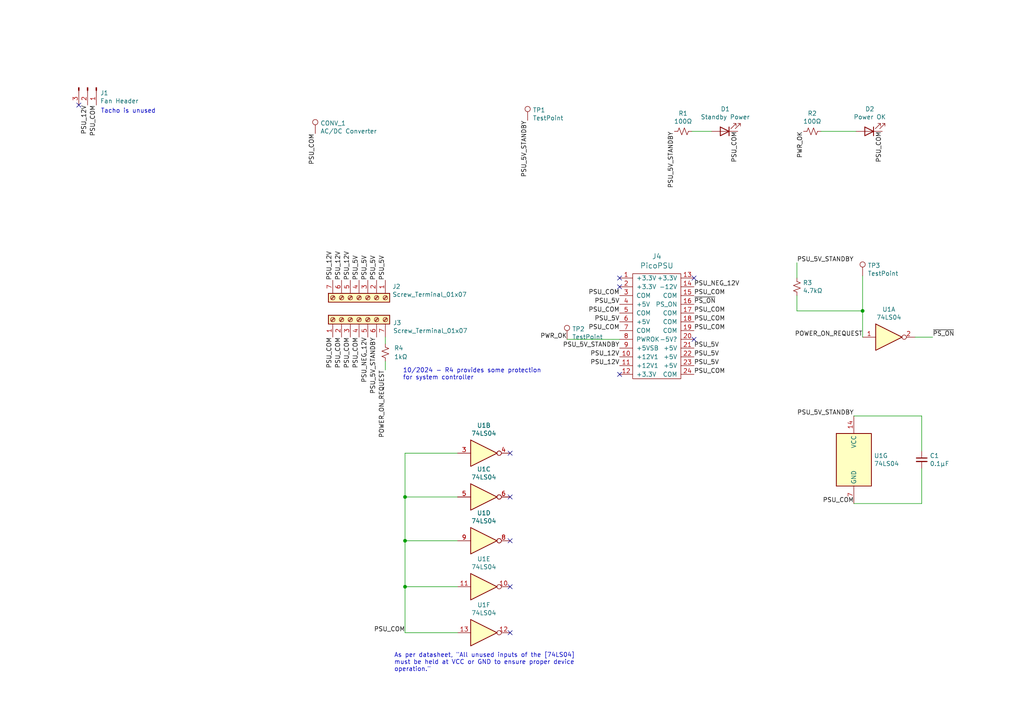
<source format=kicad_sch>
(kicad_sch (version 20231120) (generator "eeschema") (generator_version "8.0")
  (paper "A4")
  (lib_symbols
    (symbol "74xx:74LS04"
      (property "Reference" "U" (at 0 1.27 0))
      (property "Value" "74LS04" (at 0 -1.27 0))
      (symbol "74LS04_1_0"
        (polyline (pts (xy -3.81 3.81) (xy -3.81 -3.81) (xy 3.81 0) (xy -3.81 3.81)) (stroke (width 0.254)) (fill (type background)))
        (pin input line (at -7.62 0 0) (length 3.81) (name "~") (number "1"))
        (pin output inverted (at 7.62 0 180) (length 3.81) (name "~") (number "2"))
      )
      (symbol "74LS04_2_0"
        (polyline (pts (xy -3.81 3.81) (xy -3.81 -3.81) (xy 3.81 0) (xy -3.81 3.81)) (stroke (width 0.254)) (fill (type background)))
        (pin input line (at -7.62 0 0) (length 3.81) (name "~") (number "3"))
        (pin output inverted (at 7.62 0 180) (length 3.81) (name "~") (number "4"))
      )
      (symbol "74LS04_3_0"
        (polyline (pts (xy -3.81 3.81) (xy -3.81 -3.81) (xy 3.81 0) (xy -3.81 3.81)) (stroke (width 0.254)) (fill (type background)))
        (pin input line (at -7.62 0 0) (length 3.81) (name "~") (number "5"))
        (pin output inverted (at 7.62 0 180) (length 3.81) (name "~") (number "6"))
      )
      (symbol "74LS04_4_0"
        (polyline (pts (xy -3.81 3.81) (xy -3.81 -3.81) (xy 3.81 0) (xy -3.81 3.81)) (stroke (width 0.254)) (fill (type background)))
        (pin output inverted (at 7.62 0 180) (length 3.81) (name "~") (number "8"))
        (pin input line (at -7.62 0 0) (length 3.81) (name "~") (number "9"))
      )
      (symbol "74LS04_5_0"
        (polyline (pts (xy -3.81 3.81) (xy -3.81 -3.81) (xy 3.81 0) (xy -3.81 3.81)) (stroke (width 0.254)) (fill (type background)))
        (pin output inverted (at 7.62 0 180) (length 3.81) (name "~") (number "10"))
        (pin input line (at -7.62 0 0) (length 3.81) (name "~") (number "11"))
      )
      (symbol "74LS04_6_0"
        (polyline (pts (xy -3.81 3.81) (xy -3.81 -3.81) (xy 3.81 0) (xy -3.81 3.81)) (stroke (width 0.254)) (fill (type background)))
        (pin output inverted (at 7.62 0 180) (length 3.81) (name "~") (number "12"))
        (pin input line (at -7.62 0 0) (length 3.81) (name "~") (number "13"))
      )
      (symbol "74LS04_7_0"
        (pin power_in line (at 0 12.7 270) (length 5.08) (name "VCC") (number "14"))
        (pin power_in line (at 0 -12.7 90) (length 5.08) (name "GND") (number "7"))
      )
      (symbol "74LS04_7_1"
        (rectangle (start -5.08 7.62) (end 5.08 -7.62) (stroke (width 0.254)) (fill (type background)))
      )
    )
    (symbol "Connector:Conn_01x03_Pin" (pin_names (offset 1.016) hide)
      (property "Reference" "J" (at 0 5.08 0))
      (property "Value" "Conn_01x03_Pin" (at 0 -5.08 0))
      (symbol "Conn_01x03_Pin_1_1"
        (polyline (pts (xy 1.27 -2.54) (xy 0.8636 -2.54)) (stroke (width 0.1524)))
        (polyline (pts (xy 1.27 0) (xy 0.8636 0)) (stroke (width 0.1524)))
        (polyline (pts (xy 1.27 2.54) (xy 0.8636 2.54)) (stroke (width 0.1524)))
        (rectangle (start 0.8636 -2.413) (end 0 -2.667) (stroke (width 0.1524)) (fill (type outline)))
        (rectangle (start 0.8636 0.127) (end 0 -0.127) (stroke (width 0.1524)) (fill (type outline)))
        (rectangle (start 0.8636 2.667) (end 0 2.413) (stroke (width 0.1524)) (fill (type outline)))
        (pin passive line (at 5.08 2.54 180) (length 3.81) (name "Pin_1") (number "1"))
        (pin passive line (at 5.08 0 180) (length 3.81) (name "Pin_2") (number "2"))
        (pin passive line (at 5.08 -2.54 180) (length 3.81) (name "Pin_3") (number "3"))
      )
    )
    (symbol "Connector:Screw_Terminal_01x07" (pin_names (offset 1.016) hide)
      (property "Reference" "J" (at 0 10.16 0))
      (property "Value" "Screw_Terminal_01x07" (at 0 -10.16 0))
      (symbol "Screw_Terminal_01x07_1_1"
        (rectangle (start -1.27 8.89) (end 1.27 -8.89) (stroke (width 0.254)) (fill (type background)))
        (circle (center 0 -7.62) (radius 0.635) (stroke (width 0.1524)))
        (circle (center 0 -5.08) (radius 0.635) (stroke (width 0.1524)))
        (circle (center 0 -2.54) (radius 0.635) (stroke (width 0.1524)))
        (polyline (pts (xy -0.5334 -7.2898) (xy 0.3302 -8.128)) (stroke (width 0.1524)))
        (polyline (pts (xy -0.5334 -4.7498) (xy 0.3302 -5.588)) (stroke (width 0.1524)))
        (polyline (pts (xy -0.5334 -2.2098) (xy 0.3302 -3.048)) (stroke (width 0.1524)))
        (polyline (pts (xy -0.5334 0.3302) (xy 0.3302 -0.508)) (stroke (width 0.1524)))
        (polyline (pts (xy -0.5334 2.8702) (xy 0.3302 2.032)) (stroke (width 0.1524)))
        (polyline (pts (xy -0.5334 5.4102) (xy 0.3302 4.572)) (stroke (width 0.1524)))
        (polyline (pts (xy -0.5334 7.9502) (xy 0.3302 7.112)) (stroke (width 0.1524)))
        (polyline (pts (xy -0.3556 -7.112) (xy 0.508 -7.9502)) (stroke (width 0.1524)))
        (polyline (pts (xy -0.3556 -4.572) (xy 0.508 -5.4102)) (stroke (width 0.1524)))
        (polyline (pts (xy -0.3556 -2.032) (xy 0.508 -2.8702)) (stroke (width 0.1524)))
        (polyline (pts (xy -0.3556 0.508) (xy 0.508 -0.3302)) (stroke (width 0.1524)))
        (polyline (pts (xy -0.3556 3.048) (xy 0.508 2.2098)) (stroke (width 0.1524)))
        (polyline (pts (xy -0.3556 5.588) (xy 0.508 4.7498)) (stroke (width 0.1524)))
        (polyline (pts (xy -0.3556 8.128) (xy 0.508 7.2898)) (stroke (width 0.1524)))
        (circle (center 0 0) (radius 0.635) (stroke (width 0.1524)))
        (circle (center 0 2.54) (radius 0.635) (stroke (width 0.1524)))
        (circle (center 0 5.08) (radius 0.635) (stroke (width 0.1524)))
        (circle (center 0 7.62) (radius 0.635) (stroke (width 0.1524)))
        (pin passive line (at -5.08 7.62 0) (length 3.81) (name "Pin_1") (number "1"))
        (pin passive line (at -5.08 5.08 0) (length 3.81) (name "Pin_2") (number "2"))
        (pin passive line (at -5.08 2.54 0) (length 3.81) (name "Pin_3") (number "3"))
        (pin passive line (at -5.08 0 0) (length 3.81) (name "Pin_4") (number "4"))
        (pin passive line (at -5.08 -2.54 0) (length 3.81) (name "Pin_5") (number "5"))
        (pin passive line (at -5.08 -5.08 0) (length 3.81) (name "Pin_6") (number "6"))
        (pin passive line (at -5.08 -7.62 0) (length 3.81) (name "Pin_7") (number "7"))
      )
    )
    (symbol "Connector:TestPoint" (pin_numbers hide) (pin_names (offset 0.762) hide)
      (property "Reference" "TP" (at 0 6.858 0))
      (property "Value" "TestPoint" (at 0 5.08 0))
      (symbol "TestPoint_0_1"
        (circle (center 0 3.302) (radius 0.762))
      )
      (symbol "TestPoint_1_1"
        (pin passive line (at 0 0 90) (length 2.54) (name "1") (number "1"))
      )
    )
    (symbol "Device:C_Small" (pin_numbers hide) (pin_names (offset 0.254) hide)
      (property "Reference" "C" (at 0.254 1.778 0))
      (property "Value" "C_Small" (at 0.254 -2.032 0))
      (symbol "C_Small_0_1"
        (polyline (pts (xy -1.524 -0.508) (xy 1.524 -0.508)) (stroke (width 0.3302)))
        (polyline (pts (xy -1.524 0.508) (xy 1.524 0.508)) (stroke (width 0.3048)))
      )
      (symbol "C_Small_1_1"
        (pin passive line (at 0 2.54 270) (length 2.032) (name "~") (number "1"))
        (pin passive line (at 0 -2.54 90) (length 2.032) (name "~") (number "2"))
      )
    )
    (symbol "Device:LED" (pin_numbers hide) (pin_names (offset 1.016) hide)
      (property "Reference" "D" (at 0 2.54 0))
      (property "Value" "LED" (at 0 -2.54 0))
      (symbol "LED_0_1"
        (polyline (pts (xy -1.27 -1.27) (xy -1.27 1.27)) (stroke (width 0.254)))
        (polyline (pts (xy -1.27 0) (xy 1.27 0)))
        (polyline (pts (xy 1.27 -1.27) (xy 1.27 1.27) (xy -1.27 0) (xy 1.27 -1.27)) (stroke (width 0.254)))
        (polyline (pts (xy -3.048 -0.762) (xy -4.572 -2.286) (xy -3.81 -2.286) (xy -4.572 -2.286) (xy -4.572 -1.524)))
        (polyline (pts (xy -1.778 -0.762) (xy -3.302 -2.286) (xy -2.54 -2.286) (xy -3.302 -2.286) (xy -3.302 -1.524)))
      )
      (symbol "LED_1_1"
        (pin passive line (at -3.81 0 0) (length 2.54) (name "K") (number "1"))
        (pin passive line (at 3.81 0 180) (length 2.54) (name "A") (number "2"))
      )
    )
    (symbol "Device:R_Small_US" (pin_numbers hide) (pin_names (offset 0.254) hide)
      (property "Reference" "R" (at 0.762 0.508 0))
      (property "Value" "R_Small_US" (at 0.762 -1.016 0))
      (symbol "R_Small_US_1_1"
        (polyline (pts (xy 0 0) (xy 1.016 -0.381) (xy 0 -0.762) (xy -1.016 -1.143) (xy 0 -1.524)))
        (polyline (pts (xy 0 1.524) (xy 1.016 1.143) (xy 0 0.762) (xy -1.016 0.381) (xy 0 0)))
        (pin passive line (at 0 2.54 270) (length 1.016) (name "~") (number "1"))
        (pin passive line (at 0 -2.54 90) (length 1.016) (name "~") (number "2"))
      )
    )
    (symbol "atx:ATX_24PIN" (pin_names (offset 1.016))
      (property "Reference" "J" (at 0 -16.51 0))
      (property "Value" "ATX_24PIN" (at 0 16.51 0))
      (symbol "ATX_24PIN_0_1"
        (rectangle (start -7.62 15.24) (end 6.35 -15.24))
      )
      (symbol "ATX_24PIN_1_1"
        (pin power_out line (at -11.43 13.97 0) (length 3.81) (name "+3.3V") (number "1"))
        (pin power_out line (at -11.43 -8.89 0) (length 3.81) (name "+12V1") (number "10"))
        (pin power_out line (at -11.43 -11.43 0) (length 3.81) (name "+12V1") (number "11"))
        (pin power_out line (at -11.43 -13.97 0) (length 3.81) (name "+3.3V") (number "12"))
        (pin power_out line (at 10.16 13.97 180) (length 3.81) (name "+3.3V") (number "13"))
        (pin power_out line (at 10.16 11.43 180) (length 3.81) (name "-12V") (number "14"))
        (pin power_out line (at 10.16 8.89 180) (length 3.81) (name "COM") (number "15"))
        (pin input line (at 10.16 6.35 180) (length 3.81) (name "PS_ON") (number "16"))
        (pin power_out line (at 10.16 3.81 180) (length 3.81) (name "COM") (number "17"))
        (pin power_out line (at 10.16 1.27 180) (length 3.81) (name "COM") (number "18"))
        (pin power_out line (at 10.16 -1.27 180) (length 3.81) (name "COM") (number "19"))
        (pin power_out line (at -11.43 11.43 0) (length 3.81) (name "+3.3V") (number "2"))
        (pin power_out line (at 10.16 -3.81 180) (length 3.81) (name "-5V?") (number "20"))
        (pin power_out line (at 10.16 -6.35 180) (length 3.81) (name "+5V") (number "21"))
        (pin power_out line (at 10.16 -8.89 180) (length 3.81) (name "+5V") (number "22"))
        (pin power_out line (at 10.16 -11.43 180) (length 3.81) (name "+5V") (number "23"))
        (pin power_out line (at 10.16 -13.97 180) (length 3.81) (name "COM") (number "24"))
        (pin power_out line (at -11.43 8.89 0) (length 3.81) (name "COM") (number "3"))
        (pin power_out line (at -11.43 6.35 0) (length 3.81) (name "+5V") (number "4"))
        (pin power_out line (at -11.43 3.81 0) (length 3.81) (name "COM") (number "5"))
        (pin power_out line (at -11.43 1.27 0) (length 3.81) (name "+5V") (number "6"))
        (pin power_out line (at -11.43 -1.27 0) (length 3.81) (name "COM") (number "7"))
        (pin output line (at -11.43 -3.81 0) (length 3.81) (name "PWROK") (number "8"))
        (pin power_out line (at -11.43 -6.35 0) (length 3.81) (name "+5VSB") (number "9"))
      )
    )
  )
  (junction (at 117.475 156.845))
  (junction (at 250.19 90.17))
  (junction (at 117.475 170.18))
  (junction (at 117.475 144.145))
  (no_connect (at 147.955 144.145))
  (no_connect (at 179.705 108.585))
  (no_connect (at 147.955 156.845))
  (no_connect (at 201.295 80.645))
  (no_connect (at 22.86 30.48))
  (no_connect (at 179.705 80.645))
  (no_connect (at 179.705 83.185))
  (no_connect (at 147.955 131.445))
  (no_connect (at 147.955 170.18))
  (no_connect (at 147.955 183.515))
  (no_connect (at 201.295 98.425))
  (wire (pts (xy 117.475 131.445) (xy 117.475 144.145)))
  (wire (pts (xy 250.19 80.01) (xy 250.19 90.17)))
  (wire (pts (xy 231.14 90.17) (xy 250.19 90.17)))
  (wire (pts (xy 267.335 146.05) (xy 247.65 146.05)))
  (wire (pts (xy 231.14 85.725) (xy 231.14 90.17)))
  (wire (pts (xy 250.19 90.17) (xy 250.19 97.79)))
  (wire (pts (xy 164.465 98.425) (xy 179.705 98.425)))
  (wire (pts (xy 248.285 38.1) (xy 238.125 38.1)))
  (wire (pts (xy 111.76 104.775) (xy 111.76 107.315)))
  (wire (pts (xy 117.475 170.18) (xy 132.715 170.18)))
  (wire (pts (xy 117.475 144.145) (xy 117.475 156.845)))
  (wire (pts (xy 117.475 144.145) (xy 132.715 144.145)))
  (wire (pts (xy 117.475 156.845) (xy 132.715 156.845)))
  (wire (pts (xy 117.475 156.845) (xy 117.475 170.18)))
  (wire (pts (xy 267.335 135.89) (xy 267.335 146.05)))
  (wire (pts (xy 265.43 97.79) (xy 270.51 97.79)))
  (wire (pts (xy 117.475 131.445) (xy 132.715 131.445)))
  (wire (pts (xy 267.335 130.81) (xy 267.335 120.65)))
  (wire (pts (xy 111.76 97.79) (xy 111.76 99.695)))
  (wire (pts (xy 206.375 38.1) (xy 200.66 38.1)))
  (wire (pts (xy 117.475 183.515) (xy 132.715 183.515)))
  (wire (pts (xy 267.335 120.65) (xy 247.65 120.65)))
  (wire (pts (xy 231.14 76.2) (xy 231.14 80.645)))
  (wire (pts (xy 117.475 170.18) (xy 117.475 183.515)))
  (text "As per datasheet, \"All unused inputs of the [74LS04] \nmust be held at VCC or GND to ensure proper device\noperation.\"" (at 114.3 194.945 0) (effects (font (size 1.27 1.27)) (justify left bottom)))
  (text "Tacho is unused" (at 29.21 33.02 0) (effects (font (size 1.27 1.27)) (justify left bottom)))
  (text "10/2024 - R4 provides some protection\nfor system controller" (at 116.84 108.585 0) (effects (font (size 1.27 1.27)) (justify left)))
  (label "PSU_COM" (at 247.65 146.05 180))
  (label "PSU_COM" (at 99.06 97.79 270))
  (label "PSU_5V" (at 109.22 81.28 90))
  (label "PSU_COM" (at 104.14 97.79 270))
  (label "PSU_12V" (at 179.705 106.045 180))
  (label "PSU_5V" (at 201.295 106.045 0))
  (label "PSU_COM" (at 27.94 30.48 270))
  (label "PSU_COM" (at 201.295 95.885 0))
  (label "PSU_COM" (at 117.475 183.515 180))
  (label "PSU_COM" (at 201.295 90.805 0))
  (label "PSU_COM" (at 213.995 38.1 270))
  (label "POWER_ON_REQUEST" (at 250.19 97.79 180))
  (label "PSU_COM" (at 101.6 97.79 270))
  (label "PSU_COM" (at 179.705 95.885 180))
  (label "PSU_5V" (at 201.295 103.505 0))
  (label "PSU_5V" (at 111.76 81.28 90))
  (label "PSU_NEG_12V" (at 201.295 83.185 0))
  (label "PSU_COM" (at 96.52 97.79 270))
  (label "PSU_12V" (at 96.52 81.28 90))
  (label "PSU_12V" (at 179.705 103.505 180))
  (label "PSU_5V" (at 179.705 88.265 180))
  (label "PSU_COM" (at 179.705 85.725 180))
  (label "POWER_ON_REQUEST" (at 111.76 107.315 270))
  (label "PSU_5V_STANDBY" (at 247.65 120.65 180))
  (label "PWR_OK" (at 233.045 38.1 270))
  (label "PSU_COM" (at 201.295 93.345 0))
  (label "PSU_5V" (at 104.14 81.28 90))
  (label "PSU_NEG_12V" (at 106.68 97.79 270))
  (label "PSU_5V_STANDBY" (at 179.705 100.965 180))
  (label "PSU_5V_STANDBY" (at 109.22 97.79 270))
  (label "PSU_5V" (at 201.295 100.965 0))
  (label "PSU_12V" (at 99.06 81.28 90))
  (label "PSU_5V_STANDBY" (at 195.58 38.1 270))
  (label "PSU_COM" (at 201.295 85.725 0))
  (label "PSU_COM" (at 179.705 90.805 180))
  (label "PSU_5V" (at 106.68 81.28 90))
  (label "~{PS_ON}" (at 201.295 88.265 0))
  (label "~{PS_ON}" (at 270.51 97.79 0))
  (label "PSU_5V_STANDBY" (at 231.14 76.2 0))
  (label "PSU_COM" (at 255.905 38.1 270))
  (label "PSU_5V" (at 179.705 93.345 180))
  (label "PSU_12V" (at 25.4 30.48 270))
  (label "PWR_OK" (at 164.465 98.425 180))
  (label "PSU_COM" (at 91.44 38.735 270))
  (label "PSU_12V" (at 101.6 81.28 90))
  (label "PSU_5V_STANDBY" (at 153.035 34.925 270))
  (label "PSU_COM" (at 201.295 108.585 0))
  (symbol (lib_id "atx:ATX_24PIN") (at 191.135 94.615 0) (unit 1)
    (property "Reference" "J4" (at 190.5 74.3712 0) (effects (font (size 1.524 1.524))))
    (property "Value" "PicoPSU" (at 190.5 77.0636 0) (effects (font (size 1.524 1.524))))
    (property "Footprint" "Connector_Molex:Molex_Mini-Fit_Jr_5566-24A_2x12_P4.20mm_Vertical" (effects (hide yes)))
  )
  (symbol (lib_id "Connector:Screw_Terminal_01x07") (at 104.14 86.36 270) (unit 1)
    (property "Reference" "J2" (at 113.792 83.1088 90) (effects (justify left)))
    (property "Value" "Screw_Terminal_01x07" (at 113.792 85.4202 90) (effects (justify left)))
    (property "Footprint" "TerminalBlock_Phoenix:TerminalBlock_Phoenix_PT-1,5-7-5.0-H_1x07_P5.00mm_Horizontal" (effects (hide yes)))
  )
  (symbol (lib_id "Connector:TestPoint") (at 164.465 98.425 0) (unit 1)
    (property "Reference" "TP2" (at 165.9382 95.4278 0) (effects (justify left)))
    (property "Value" "TestPoint" (at 165.9382 97.7392 0) (effects (justify left)))
    (property "Footprint" "TestPoint:TestPoint_Plated_Hole_D2.0mm" (effects (hide yes)))
  )
  (symbol (lib_id "Connector:Screw_Terminal_01x07") (at 104.14 92.71 90) (unit 1)
    (property "Reference" "J3" (at 113.9952 93.6244 90) (effects (justify right)))
    (property "Value" "Screw_Terminal_01x07" (at 113.9952 95.9358 90) (effects (justify right)))
    (property "Footprint" "TerminalBlock_Phoenix:TerminalBlock_Phoenix_PT-1,5-7-5.0-H_1x07_P5.00mm_Horizontal" (effects (hide yes)))
  )
  (symbol (lib_id "Connector:TestPoint") (at 153.035 34.925 0) (unit 1)
    (property "Reference" "TP1" (at 154.5082 31.9278 0) (effects (justify left)))
    (property "Value" "TestPoint" (at 154.5082 34.2392 0) (effects (justify left)))
    (property "Footprint" "TestPoint:TestPoint_Plated_Hole_D2.0mm" (effects (hide yes)))
  )
  (symbol (lib_id "Device:LED") (at 210.185 38.1 180) (unit 1)
    (property "Reference" "D1" (at 210.3628 31.623 0))
    (property "Value" "Standby Power" (at 210.3628 33.9344 0))
    (property "Footprint" "LED_THT:LED_D3.0mm" (effects (hide yes)))
  )
  (symbol (lib_id "Device:LED") (at 252.095 38.1 180) (unit 1)
    (property "Reference" "D2" (at 252.2728 31.623 0))
    (property "Value" "Power OK" (at 252.2728 33.9344 0))
    (property "Footprint" "LED_THT:LED_D3.0mm" (effects (hide yes)))
  )
  (symbol (lib_id "Device:R_Small_US") (at 235.585 38.1 90) (unit 1)
    (property "Reference" "R2" (at 235.585 32.893 90))
    (property "Value" "100Ω" (at 235.585 35.2044 90))
    (property "Footprint" "Resistor_THT:R_Axial_DIN0207_L6.3mm_D2.5mm_P10.16mm_Horizontal" (effects (hide yes)))
  )
  (symbol (lib_id "Device:R_Small_US") (at 198.12 38.1 270) (unit 1)
    (property "Reference" "R1" (at 198.12 32.893 90))
    (property "Value" "100Ω" (at 198.12 35.2044 90))
    (property "Footprint" "Resistor_THT:R_Axial_DIN0207_L6.3mm_D2.5mm_P10.16mm_Horizontal" (effects (hide yes)))
  )
  (symbol (lib_id "Connector:Conn_01x03_Pin") (at 25.4 25.4 270) (unit 1)
    (property "Reference" "J1" (at 29.0576 26.9748 90) (effects (justify left)))
    (property "Value" "Fan Header" (at 29.0576 29.2862 90) (effects (justify left)))
    (property "Footprint" "Connector_Molex:Molex_KK-254_AE-6410-03A_1x03_P2.54mm_Vertical" (effects (hide yes)))
    (property "Description" "Generic connector, single row, 01x03, script generated" (effects (hide yes)))
    (property "DigiKey" "WM19538-ND" (effects (hide yes)))
  )
  (symbol (lib_id "74xx:74LS04") (at 257.81 97.79 0) (unit 1)
    (property "Reference" "U1" (at 257.81 89.7382 0))
    (property "Value" "74LS04" (at 257.81 92.0496 0))
    (property "Footprint" "Package_DIP:DIP-14_W7.62mm_Socket_LongPads" (effects (hide yes)))
    (property "Datasheet" "http://www.ti.com/lit/gpn/sn74LS04" (effects (hide yes)))
  )
  (symbol (lib_id "74xx:74LS04") (at 247.65 133.35 0) (unit 7)
    (property "Reference" "U1" (at 253.492 132.1816 0) (effects (justify left)))
    (property "Value" "74LS04" (at 253.492 134.493 0) (effects (justify left)))
    (property "Footprint" "Package_DIP:DIP-14_W7.62mm_Socket_LongPads" (effects (hide yes)))
    (property "Datasheet" "http://www.ti.com/lit/gpn/sn74LS04" (effects (hide yes)))
  )
  (symbol (lib_id "Device:C_Small") (at 267.335 133.35 0) (unit 1)
    (property "Reference" "C1" (at 269.6718 132.1816 0) (effects (justify left)))
    (property "Value" "0.1µF" (at 269.6718 134.493 0) (effects (justify left)))
    (property "Footprint" "Capacitor_THT:C_Disc_D3.0mm_W2.0mm_P2.50mm" (effects (hide yes)))
  )
  (symbol (lib_id "Device:R_Small_US") (at 231.14 83.185 0) (unit 1)
    (property "Reference" "R3" (at 232.8672 82.0166 0) (effects (justify left)))
    (property "Value" "4.7kΩ" (at 232.8672 84.328 0) (effects (justify left)))
    (property "Footprint" "Resistor_THT:R_Axial_DIN0207_L6.3mm_D2.5mm_P10.16mm_Horizontal" (effects (hide yes)))
  )
  (symbol (lib_id "Connector:TestPoint") (at 250.19 80.01 0) (unit 1)
    (property "Reference" "TP3" (at 251.6632 77.0128 0) (effects (justify left)))
    (property "Value" "TestPoint" (at 251.6632 79.3242 0) (effects (justify left)))
    (property "Footprint" "TestPoint:TestPoint_Plated_Hole_D2.0mm" (effects (hide yes)))
  )
  (symbol (lib_id "Connector:TestPoint") (at 91.44 38.735 0) (unit 1)
    (property "Reference" "CONV_1" (at 92.9132 35.7378 0) (effects (justify left)))
    (property "Value" "AC/DC Converter" (at 92.9132 38.0492 0) (effects (justify left)))
    (property "Footprint" "OffboardACDC:3x2_4x2" (effects (hide yes)))
  )
  (symbol (lib_id "74xx:74LS04") (at 140.335 131.445 0) (unit 2)
    (property "Reference" "U1" (at 140.335 123.3932 0))
    (property "Value" "74LS04" (at 140.335 125.7046 0))
    (property "Datasheet" "http://www.ti.com/lit/gpn/sn74LS04" (effects (hide yes)))
  )
  (symbol (lib_id "74xx:74LS04") (at 140.335 144.145 0) (unit 3)
    (property "Reference" "U1" (at 140.335 136.0932 0))
    (property "Value" "74LS04" (at 140.335 138.4046 0))
    (property "Datasheet" "http://www.ti.com/lit/gpn/sn74LS04" (effects (hide yes)))
  )
  (symbol (lib_id "74xx:74LS04") (at 140.335 156.845 0) (unit 4)
    (property "Reference" "U1" (at 140.335 148.7932 0))
    (property "Value" "74LS04" (at 140.335 151.1046 0))
    (property "Datasheet" "http://www.ti.com/lit/gpn/sn74LS04" (effects (hide yes)))
  )
  (symbol (lib_id "74xx:74LS04") (at 140.335 170.18 0) (unit 5)
    (property "Reference" "U1" (at 140.335 162.1282 0))
    (property "Value" "74LS04" (at 140.335 164.4396 0))
    (property "Datasheet" "http://www.ti.com/lit/gpn/sn74LS04" (effects (hide yes)))
  )
  (symbol (lib_id "74xx:74LS04") (at 140.335 183.515 0) (unit 6)
    (property "Reference" "U1" (at 140.335 175.4632 0))
    (property "Value" "74LS04" (at 140.335 177.7746 0))
    (property "Datasheet" "http://www.ti.com/lit/gpn/sn74LS04" (effects (hide yes)))
  )
  (symbol (lib_id "Device:R_Small_US") (at 111.76 102.235 0) (unit 1)
    (property "Reference" "R4" (at 114.3 100.9649 0) (effects (justify left)))
    (property "Value" "1kΩ" (at 114.3 103.5049 0) (effects (justify left)))
    (property "Footprint" "Resistor_THT:R_Axial_DIN0207_L6.3mm_D2.5mm_P10.16mm_Horizontal" (effects (hide yes)))
    (property "Description" "Resistor, small US symbol" (effects (hide yes)))
  )
)
</source>
